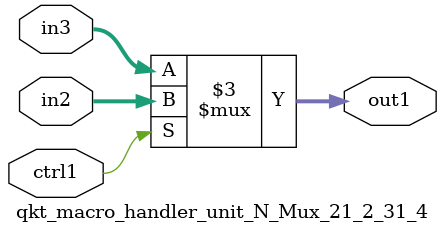
<source format=v>

`timescale 1ps / 1ps


module qkt_macro_handler_unit_N_Mux_21_2_31_4( in3, in2, ctrl1, out1 );

    input [20:0] in3;
    input [20:0] in2;
    input ctrl1;
    output [20:0] out1;
    reg [20:0] out1;

    
    // rtl_process:qkt_macro_handler_unit_N_Mux_21_2_31_4/qkt_macro_handler_unit_N_Mux_21_2_31_4_thread_1
    always @*
      begin : qkt_macro_handler_unit_N_Mux_21_2_31_4_thread_1
        case (ctrl1) 
          1'b1: 
            begin
              out1 = in2;
            end
          default: 
            begin
              out1 = in3;
            end
        endcase
      end

endmodule



</source>
